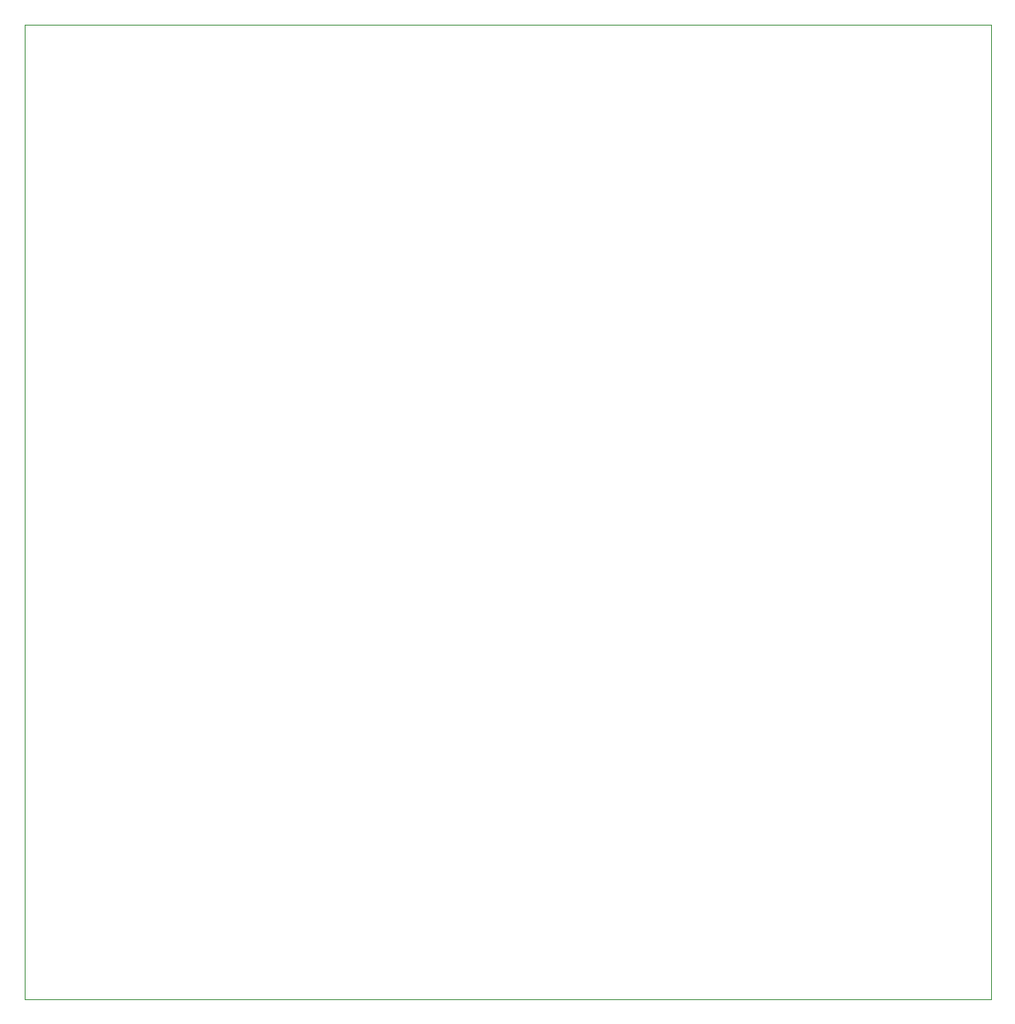
<source format=gbr>
%TF.GenerationSoftware,KiCad,Pcbnew,9.0.7*%
%TF.CreationDate,2026-02-25T22:42:45-06:00*%
%TF.ProjectId,grow_lights,67726f77-5f6c-4696-9768-74732e6b6963,rev?*%
%TF.SameCoordinates,Original*%
%TF.FileFunction,Profile,NP*%
%FSLAX46Y46*%
G04 Gerber Fmt 4.6, Leading zero omitted, Abs format (unit mm)*
G04 Created by KiCad (PCBNEW 9.0.7) date 2026-02-25 22:42:45*
%MOMM*%
%LPD*%
G01*
G04 APERTURE LIST*
%TA.AperFunction,Profile*%
%ADD10C,0.050000*%
%TD*%
G04 APERTURE END LIST*
D10*
X102362000Y-51054000D02*
X201676000Y-51054000D01*
X201676000Y-151130000D01*
X102362000Y-151130000D01*
X102362000Y-51054000D01*
M02*

</source>
